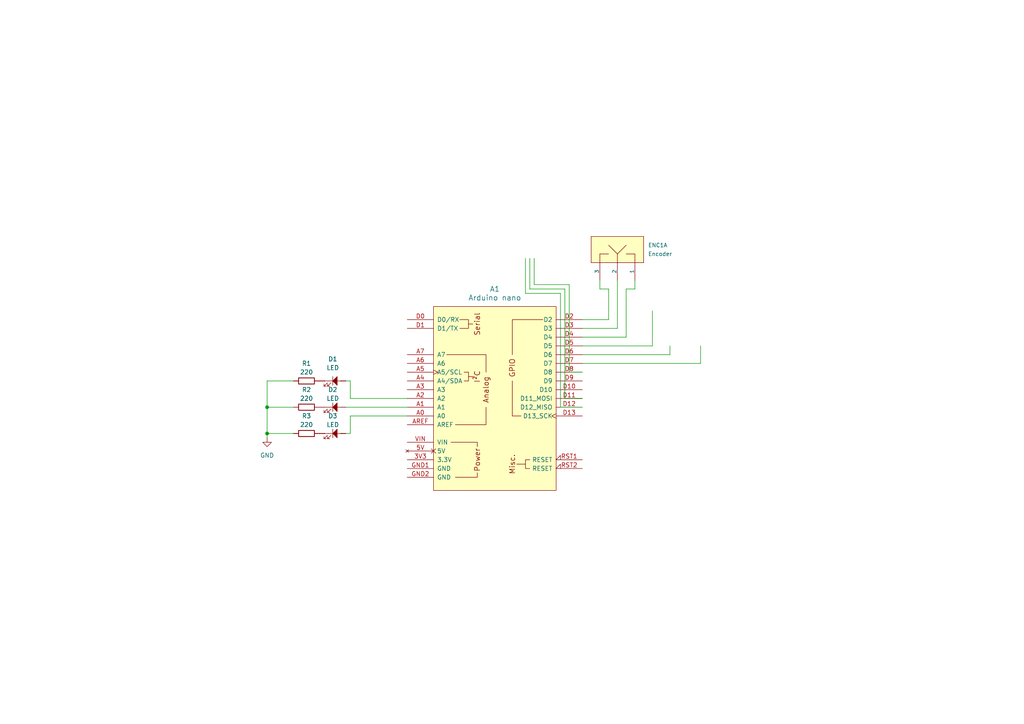
<source format=kicad_sch>
(kicad_sch (version 20230121) (generator eeschema)
  (paper "A4")
  (lib_symbols
    (symbol "PCM_4ms_Power-symbol:GND" (power) (pin_names (offset 0))
      (property "Value" "GND" (at 0 -3.81 0))
      (symbol "GND_0_1"
        (polyline (pts (xy 0 0) (xy 0 -1.27) (xy 1.27 -1.27) (xy 0 -2.54) (xy -1.27 -1.27) (xy 0 -1.27)))
      )
      (symbol "GND_1_1"
        (pin power_in line (at 0 0 270) (length 0) hide (name "GND") (number "1"))
      )
    )
    (symbol "PCM_4ms_Switch:Encoder_Rotary_11mm_SPST_DShaft" (pin_numbers hide) (pin_names (offset 0))
      (property "Reference" "ENC" (at -5.08 8.255 0))
      (property "Value" "Encoder_Rotary_11mm_SPST_DShaft" (at -5.08 10.16 0))
      (symbol "Encoder_Rotary_11mm_SPST_DShaft_1_0"
        (rectangle (start -7.62 7.62) (end 7.62 0) (fill (type background)))
        (polyline (pts (xy -5.08 0) (xy -5.08 2.54)))
        (polyline (pts (xy -5.08 2.54) (xy -2.54 2.54)))
        (polyline (pts (xy -2.54 5.08) (xy 0 2.54)))
        (polyline (pts (xy 0 0) (xy 0 2.54)))
        (polyline (pts (xy 0 2.54) (xy 2.54 5.08)))
        (polyline (pts (xy 5.08 0) (xy 5.08 2.54)))
        (polyline (pts (xy 5.08 2.54) (xy 2.54 2.54)))
      )
      (symbol "Encoder_Rotary_11mm_SPST_DShaft_1_1"
        (pin passive line (at 5.08 -5.08 90) (length 5.08) (name "1") (number "1"))
        (pin passive line (at 0 -5.08 90) (length 5.08) (name "2") (number "2"))
        (pin passive line (at -5.08 -5.08 90) (length 5.08) (name "3") (number "3"))
      )
      (symbol "Encoder_Rotary_11mm_SPST_DShaft_2_0"
        (polyline (pts (xy -2.54 0) (xy 2.54 2.54)))
        (polyline (pts (xy -0.762 3.048) (xy -0.762 3.556)))
        (polyline (pts (xy -0.762 3.556) (xy 0.762 3.556)))
        (polyline (pts (xy 0 1.778) (xy 0 2.794)))
        (polyline (pts (xy 0.762 3.556) (xy 0.762 3.048)))
        (polyline (pts (xy 1.524 2.54) (xy 2.54 2.54)))
        (polyline (pts (xy 2.54 2.54) (xy 2.032 1.778)))
      )
      (symbol "Encoder_Rotary_11mm_SPST_DShaft_2_1"
        (pin passive line (at -5.08 0 0) (length 2.54) (name "SW1") (number "SW1"))
        (pin passive line (at 5.08 0 180) (length 2.54) (name "SW2") (number "SW2"))
      )
    )
    (symbol "PCM_SL_Devices:LED"
      (property "Reference" "D" (at -0.508 5.334 0))
      (property "Value" "LED" (at -0.508 2.794 0))
      (symbol "LED_0_1"
        (polyline (pts (xy -1.27 0) (xy -2.54 0)))
        (polyline (pts (xy 0 1.27) (xy 0 -1.27)))
        (polyline (pts (xy 0.508 0.508) (xy 1.524 1.524)))
        (polyline (pts (xy 1.27 0) (xy 2.54 0)))
        (polyline (pts (xy 1.524 0.508) (xy 2.54 1.524)))
        (polyline (pts (xy 1.524 1.524) (xy 0.889 1.524)))
        (polyline (pts (xy 1.524 1.524) (xy 1.524 0.889)))
        (polyline (pts (xy 2.54 1.524) (xy 1.905 1.524)))
        (polyline (pts (xy 2.54 1.524) (xy 2.54 0.889)))
        (polyline (pts (xy 0 0) (xy -1.27 -1.27) (xy -1.27 1.27) (xy 0 0) (xy 1.27 0)) (fill (type outline)))
      )
      (symbol "LED_1_1"
        (pin passive line (at 3.81 0 180) (length 1.5) (name "~") (number "1"))
        (pin passive line (at -3.81 0 0) (length 1.5) (name "") (number "2"))
      )
    )
    (symbol "PCM_SL_Devices:Resistor"
      (property "Reference" "R" (at 0 5.08 0))
      (property "Value" "Resistor" (at 0 2.54 0))
      (symbol "Resistor_0_1"
        (rectangle (start -2.286 0.889) (end 2.286 -0.889) (stroke (width 0.24)))
      )
      (symbol "Resistor_1_1"
        (pin passive line (at -3.81 0 0) (length 1.5) (name "") (number "1"))
        (pin passive line (at 3.81 0 180) (length 1.5) (name "~") (number "2"))
      )
    )
    (symbol "PCM_arduino-library:Arduino_Nano_33_BLE_Sense_R2_Socket" (pin_names (offset 1.016))
      (property "Reference" "A" (at 0 33.02 0))
      (property "Value" "Arduino_Nano_33_BLE_Sense_R2_Socket" (at 0 29.21 0))
      (symbol "Arduino_Nano_33_BLE_Sense_R2_Socket_0_0"
        (rectangle (start -17.78 26.67) (end 17.78 -26.67) (fill (type background)))
        (polyline (pts (xy -7.62 6.35) (xy -6.35 6.35)))
        (polyline (pts (xy -7.62 21.59) (xy -6.35 21.59)))
        (polyline (pts (xy 8.89 -19.05) (xy 6.35 -19.05)))
        (polyline (pts (xy -11.43 -22.86) (xy -5.08 -22.86) (xy -5.08 -21.59)))
        (polyline (pts (xy -5.08 -13.97) (xy -5.08 -12.7) (xy -12.7 -12.7)))
        (polyline (pts (xy -10.16 22.86) (xy -7.62 22.86) (xy -7.62 20.32) (xy -10.16 20.32)))
        (polyline (pts (xy -8.89 7.62) (xy -7.62 7.62) (xy -7.62 5.08) (xy -8.89 5.08)))
        (text "Analog" (at -2.54 2.54 900) (effects (font (size 1.524 1.524))))
        (text "I²C" (at -5.08 6.35 900) (effects (font (size 1.524 1.524))))
        (text "Misc." (at 5.08 -19.05 900) (effects (font (size 1.524 1.524))))
        (text "Power" (at -5.08 -17.78 900) (effects (font (size 1.524 1.524))))
        (text "Serial" (at -5.08 21.59 900) (effects (font (size 1.524 1.524))))
      )
      (symbol "Arduino_Nano_33_BLE_Sense_R2_Socket_0_1"
        (polyline (pts (xy -13.97 12.7) (xy -2.54 12.7) (xy -2.54 7.62)))
        (polyline (pts (xy -11.43 -7.62) (xy -2.54 -7.62) (xy -2.54 -2.54)))
        (polyline (pts (xy 7.62 -5.08) (xy 5.08 -5.08) (xy 5.08 5.08)))
        (polyline (pts (xy 13.97 22.86) (xy 5.08 22.86) (xy 5.08 12.7)))
        (polyline (pts (xy 10.16 -17.78) (xy 8.89 -17.78) (xy 8.89 -20.32) (xy 10.16 -20.32)))
      )
      (symbol "Arduino_Nano_33_BLE_Sense_R2_Socket_1_0"
        (text "GPIO" (at 5.08 8.89 900) (effects (font (size 1.524 1.524))))
      )
      (symbol "Arduino_Nano_33_BLE_Sense_R2_Socket_1_1"
        (pin power_in line (at -25.4 -17.78 0) (length 7.62) (name "3.3V") (number "3V3"))
        (pin no_connect non_logic (at -25.4 -15.24 0) (length 7.62) (name "5V") (number "5V"))
        (pin bidirectional line (at -25.4 -5.08 0) (length 7.62) (name "A0") (number "A0"))
        (pin bidirectional line (at -25.4 -2.54 0) (length 7.62) (name "A1") (number "A1"))
        (pin bidirectional line (at -25.4 0 0) (length 7.62) (name "A2") (number "A2"))
        (pin bidirectional line (at -25.4 2.54 0) (length 7.62) (name "A3") (number "A3"))
        (pin bidirectional line (at -25.4 5.08 0) (length 7.62) (name "A4/SDA") (number "A4"))
        (pin bidirectional clock (at -25.4 7.62 0) (length 7.62) (name "A5/SCL") (number "A5"))
        (pin input line (at -25.4 10.16 0) (length 7.62) (name "A6") (number "A6"))
        (pin input line (at -25.4 12.7 0) (length 7.62) (name "A7") (number "A7"))
        (pin input line (at -25.4 -7.62 0) (length 7.62) (name "AREF") (number "AREF"))
        (pin bidirectional line (at -25.4 22.86 0) (length 7.62) (name "D0/RX") (number "D0"))
        (pin bidirectional line (at -25.4 20.32 0) (length 7.62) (name "D1/TX") (number "D1"))
        (pin bidirectional line (at 25.4 2.54 180) (length 7.62) (name "D10") (number "D10"))
        (pin bidirectional line (at 25.4 0 180) (length 7.62) (name "D11_MOSI") (number "D11"))
        (pin bidirectional line (at 25.4 -2.54 180) (length 7.62) (name "D12_MISO") (number "D12"))
        (pin bidirectional clock (at 25.4 -5.08 180) (length 7.62) (name "D13_SCK") (number "D13"))
        (pin bidirectional line (at 25.4 22.86 180) (length 7.62) (name "D2") (number "D2"))
        (pin bidirectional line (at 25.4 20.32 180) (length 7.62) (name "D3") (number "D3"))
        (pin bidirectional line (at 25.4 17.78 180) (length 7.62) (name "D4") (number "D4"))
        (pin bidirectional line (at 25.4 15.24 180) (length 7.62) (name "D5") (number "D5"))
        (pin bidirectional line (at 25.4 12.7 180) (length 7.62) (name "D6") (number "D6"))
        (pin bidirectional line (at 25.4 10.16 180) (length 7.62) (name "D7") (number "D7"))
        (pin bidirectional line (at 25.4 7.62 180) (length 7.62) (name "D8") (number "D8"))
        (pin bidirectional line (at 25.4 5.08 180) (length 7.62) (name "D9") (number "D9"))
        (pin power_in line (at -25.4 -20.32 0) (length 7.62) (name "GND") (number "GND1"))
        (pin power_in line (at -25.4 -22.86 0) (length 7.62) (name "GND") (number "GND2"))
        (pin open_collector input_low (at 25.4 -17.78 180) (length 7.62) (name "RESET") (number "RST1"))
        (pin open_collector input_low (at 25.4 -20.32 180) (length 7.62) (name "RESET") (number "RST2"))
        (pin power_in line (at -25.4 -12.7 0) (length 7.62) (name "VIN") (number "VIN"))
      )
    )
  )
  (junction (at 77.47 118.11))
  (junction (at 77.47 125.73))
  (wire (pts (xy 163.83 83.82) (xy 153.67 83.82)))
  (wire (pts (xy 194.31 100.33) (xy 194.31 102.87)))
  (wire (pts (xy 101.6 120.65) (xy 118.11 120.65)))
  (wire (pts (xy 77.47 110.49) (xy 77.47 118.11)))
  (wire (pts (xy 162.56 85.09) (xy 152.4 85.09)))
  (wire (pts (xy 163.83 115.57) (xy 163.83 83.82)))
  (wire (pts (xy 165.1 82.55) (xy 154.94 82.55)))
  (wire (pts (xy 168.91 92.71) (xy 176.53 92.71)))
  (wire (pts (xy 77.47 118.11) (xy 77.47 125.73)))
  (wire (pts (xy 100.33 110.49) (xy 101.6 110.49)))
  (wire (pts (xy 176.53 83.82) (xy 176.53 92.71)))
  (wire (pts (xy 162.56 118.11) (xy 162.56 85.09)))
  (wire (pts (xy 168.91 118.11) (xy 162.56 118.11)))
  (wire (pts (xy 168.91 105.41) (xy 203.2 105.41)))
  (wire (pts (xy 85.09 110.49) (xy 77.47 110.49)))
  (wire (pts (xy 168.91 100.33) (xy 189.23 100.33)))
  (wire (pts (xy 100.33 118.11) (xy 118.11 118.11)))
  (wire (pts (xy 189.23 90.17) (xy 189.23 100.33)))
  (wire (pts (xy 173.99 83.82) (xy 173.99 81.28)))
  (wire (pts (xy 168.91 107.95) (xy 165.1 107.95)))
  (wire (pts (xy 168.91 97.79) (xy 181.61 97.79)))
  (wire (pts (xy 176.53 83.82) (xy 173.99 83.82)))
  (wire (pts (xy 77.47 125.73) (xy 77.47 127)))
  (wire (pts (xy 181.61 83.82) (xy 181.61 97.79)))
  (wire (pts (xy 184.15 83.82) (xy 184.15 81.28)))
  (wire (pts (xy 168.91 102.87) (xy 194.31 102.87)))
  (wire (pts (xy 77.47 118.11) (xy 85.09 118.11)))
  (wire (pts (xy 101.6 110.49) (xy 101.6 115.57)))
  (wire (pts (xy 181.61 83.82) (xy 184.15 83.82)))
  (wire (pts (xy 168.91 95.25) (xy 179.07 95.25)))
  (wire (pts (xy 153.67 74.93) (xy 153.67 83.82)))
  (wire (pts (xy 152.4 74.93) (xy 152.4 85.09)))
  (wire (pts (xy 101.6 115.57) (xy 118.11 115.57)))
  (wire (pts (xy 203.2 100.33) (xy 203.2 105.41)))
  (wire (pts (xy 101.6 125.73) (xy 101.6 120.65)))
  (wire (pts (xy 77.47 125.73) (xy 85.09 125.73)))
  (wire (pts (xy 165.1 107.95) (xy 165.1 82.55)))
  (wire (pts (xy 179.07 81.28) (xy 179.07 95.25)))
  (wire (pts (xy 154.94 74.93) (xy 154.94 82.55)))
  (wire (pts (xy 100.33 125.73) (xy 101.6 125.73)))
  (wire (pts (xy 168.91 115.57) (xy 163.83 115.57)))
  (symbol (lib_id "PCM_SL_Devices:Resistor") (at 88.9 118.11 0) (unit 1)
    (property "Reference" "R2" (at 88.9 113.03 0))
    (property "Value" "220" (at 88.9 115.57 0))
    (property "Footprint" "Resistor_THT:R_Axial_DIN0207_L6.3mm_D2.5mm_P10.16mm_Horizontal" (effects hide))
  )
  (symbol (lib_id "PCM_4ms_Power-symbol:GND") (at 77.47 127 0) (unit 1)
    (property "Reference" "#PWR01" (effects hide))
    (property "Value" "GND" (at 77.47 132.08 0))
  )
  (symbol (lib_id "PCM_SL_Devices:LED") (at 96.52 118.11 180) (unit 1)
    (property "Reference" "D2" (at 96.52 113.03 0))
    (property "Value" "LED" (at 96.52 115.57 0))
    (property "Footprint" "LED_THT:LED_D5.0mm" (effects hide))
  )
  (symbol (lib_id "PCM_arduino-library:Arduino_Nano_33_BLE_Sense_R2_Socket") (at 143.51 115.57 0) (unit 1)
    (property "Reference" "A1" (at 143.51 83.82 0) (effects (font (size 1.524 1.524))))
    (property "Value" "Arduino nano" (at 143.51 86.36 0) (effects (font (size 1.524 1.524))))
    (property "Footprint" "PCM_arduino-library:Arduino_Nano_Every_Socket" (effects hide))
    (property "Datasheet" "https://docs.arduino.cc/hardware/nano-33-ble-sense-rev2" (effects hide))
  )
  (symbol (lib_id "PCM_SL_Devices:Resistor") (at 88.9 125.73 0) (unit 1)
    (property "Reference" "R3" (at 88.9 120.65 0))
    (property "Value" "220" (at 88.9 123.19 0))
    (property "Footprint" "Resistor_THT:R_Axial_DIN0207_L6.3mm_D2.5mm_P10.16mm_Horizontal" (effects hide))
  )
  (symbol (lib_id "PCM_SL_Devices:LED") (at 96.52 125.73 180) (unit 1)
    (property "Reference" "D3" (at 96.52 120.65 0))
    (property "Value" "LED" (at 96.52 123.19 0))
    (property "Footprint" "LED_THT:LED_D5.0mm" (effects hide))
  )
  (symbol (lib_id "PCM_SL_Devices:LED") (at 96.52 110.49 180) (unit 1)
    (property "Reference" "D1" (at 96.52 104.14 0))
    (property "Value" "LED" (at 96.52 106.68 0))
    (property "Footprint" "LED_THT:LED_D5.0mm" (effects hide))
  )
  (symbol (lib_id "PCM_4ms_Switch:Encoder_Rotary_11mm_SPST_DShaft") (at 179.07 76.2 0) (unit 1)
    (property "Reference" "ENC1" (at 187.96 71.12 0) (effects (font (size 1.143 1.143)) (justify left)))
    (property "Value" "Encoder" (at 187.96 73.66 0) (effects (font (size 1.143 1.143)) (justify left)))
    (property "Footprint" "4ms_Encoder:ENC_SPST_12mm" (effects hide))
    (property "Manufacturer" "Alpha Taiwan" (effects hide))
    (property "Part Number" "RE111F-41B3N-20F-20P-N" (effects hide))
    (property "Specifications" "Rotary Encoder 11mm with SPST, No Detent, 20mm D-shaft" (effects hide))
    (property "Manufacturer 2" "Bourns" (effects hide))
    (property "Part Number 2" "PEC11L-4020F-S0020" (effects hide))
  )
  (symbol (lib_id "PCM_SL_Devices:Resistor") (at 88.9 110.49 0) (unit 1)
    (property "Reference" "R1" (at 88.9 105.41 0))
    (property "Value" "220" (at 88.9 107.95 0))
    (property "Footprint" "Resistor_THT:R_Axial_DIN0207_L6.3mm_D2.5mm_P10.16mm_Horizontal" (effects hide))
  )
)
</source>
